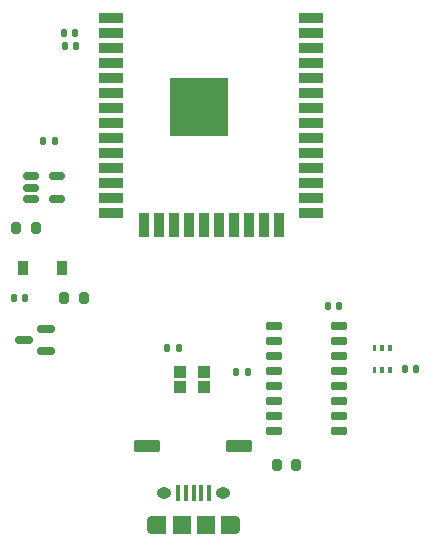
<source format=gbr>
%TF.GenerationSoftware,KiCad,Pcbnew,(6.0.0-0)*%
%TF.CreationDate,2022-12-05T15:29:02-05:00*%
%TF.ProjectId,Dome_Controller_V2,446f6d65-5f43-46f6-9e74-726f6c6c6572,2.0*%
%TF.SameCoordinates,Original*%
%TF.FileFunction,Paste,Top*%
%TF.FilePolarity,Positive*%
%FSLAX46Y46*%
G04 Gerber Fmt 4.6, Leading zero omitted, Abs format (unit mm)*
G04 Created by KiCad (PCBNEW (6.0.0-0)) date 2022-12-05 15:29:02*
%MOMM*%
%LPD*%
G01*
G04 APERTURE LIST*
G04 Aperture macros list*
%AMRoundRect*
0 Rectangle with rounded corners*
0 $1 Rounding radius*
0 $2 $3 $4 $5 $6 $7 $8 $9 X,Y pos of 4 corners*
0 Add a 4 corners polygon primitive as box body*
4,1,4,$2,$3,$4,$5,$6,$7,$8,$9,$2,$3,0*
0 Add four circle primitives for the rounded corners*
1,1,$1+$1,$2,$3*
1,1,$1+$1,$4,$5*
1,1,$1+$1,$6,$7*
1,1,$1+$1,$8,$9*
0 Add four rect primitives between the rounded corners*
20,1,$1+$1,$2,$3,$4,$5,0*
20,1,$1+$1,$4,$5,$6,$7,0*
20,1,$1+$1,$6,$7,$8,$9,0*
20,1,$1+$1,$8,$9,$2,$3,0*%
G04 Aperture macros list end*
%ADD10C,0.010000*%
%ADD11RoundRect,0.140000X-0.140000X-0.170000X0.140000X-0.170000X0.140000X0.170000X-0.140000X0.170000X0*%
%ADD12R,1.000000X1.000000*%
%ADD13RoundRect,0.200000X0.200000X0.275000X-0.200000X0.275000X-0.200000X-0.275000X0.200000X-0.275000X0*%
%ADD14RoundRect,0.140000X0.140000X0.170000X-0.140000X0.170000X-0.140000X-0.170000X0.140000X-0.170000X0*%
%ADD15O,1.250000X0.950000*%
%ADD16O,0.890000X1.550000*%
%ADD17R,0.400000X1.350000*%
%ADD18R,1.200000X1.550000*%
%ADD19R,1.500000X1.550000*%
%ADD20RoundRect,0.200000X-0.200000X-0.275000X0.200000X-0.275000X0.200000X0.275000X-0.200000X0.275000X0*%
%ADD21R,2.000000X0.900000*%
%ADD22R,0.900000X2.000000*%
%ADD23R,5.000000X5.000000*%
%ADD24RoundRect,0.049600X-0.605400X-0.260400X0.605400X-0.260400X0.605400X0.260400X-0.605400X0.260400X0*%
%ADD25RoundRect,0.150000X0.587500X0.150000X-0.587500X0.150000X-0.587500X-0.150000X0.587500X-0.150000X0*%
%ADD26RoundRect,0.150000X-0.512500X-0.150000X0.512500X-0.150000X0.512500X0.150000X-0.512500X0.150000X0*%
%ADD27R,0.914400X1.219200*%
%ADD28RoundRect,0.135000X-0.135000X-0.185000X0.135000X-0.185000X0.135000X0.185000X-0.135000X0.185000X0*%
%ADD29RoundRect,0.100000X-1.000000X-0.400000X1.000000X-0.400000X1.000000X0.400000X-1.000000X0.400000X0*%
G04 APERTURE END LIST*
D10*
%TO.C,U5*%
X132026000Y-93277800D02*
X132026000Y-93727800D01*
X132026000Y-93727800D02*
X131776000Y-93727800D01*
X131776000Y-93727800D02*
X131776000Y-93277800D01*
X131776000Y-93277800D02*
X132026000Y-93277800D01*
G36*
X132026000Y-93727800D02*
G01*
X131776000Y-93727800D01*
X131776000Y-93277800D01*
X132026000Y-93277800D01*
X132026000Y-93727800D01*
G37*
X132026000Y-93727800D02*
X131776000Y-93727800D01*
X131776000Y-93277800D01*
X132026000Y-93277800D01*
X132026000Y-93727800D01*
X132676000Y-95127800D02*
X132676000Y-95577800D01*
X132676000Y-95577800D02*
X132426000Y-95577800D01*
X132426000Y-95577800D02*
X132426000Y-95127800D01*
X132426000Y-95127800D02*
X132676000Y-95127800D01*
G36*
X132676000Y-95577800D02*
G01*
X132426000Y-95577800D01*
X132426000Y-95127800D01*
X132676000Y-95127800D01*
X132676000Y-95577800D01*
G37*
X132676000Y-95577800D02*
X132426000Y-95577800D01*
X132426000Y-95127800D01*
X132676000Y-95127800D01*
X132676000Y-95577800D01*
X132676000Y-93277800D02*
X132676000Y-93727800D01*
X132676000Y-93727800D02*
X132426000Y-93727800D01*
X132426000Y-93727800D02*
X132426000Y-93277800D01*
X132426000Y-93277800D02*
X132676000Y-93277800D01*
G36*
X132676000Y-93727800D02*
G01*
X132426000Y-93727800D01*
X132426000Y-93277800D01*
X132676000Y-93277800D01*
X132676000Y-93727800D01*
G37*
X132676000Y-93727800D02*
X132426000Y-93727800D01*
X132426000Y-93277800D01*
X132676000Y-93277800D01*
X132676000Y-93727800D01*
X131376000Y-93277800D02*
X131376000Y-93727800D01*
X131376000Y-93727800D02*
X131126000Y-93727800D01*
X131126000Y-93727800D02*
X131126000Y-93277800D01*
X131126000Y-93277800D02*
X131376000Y-93277800D01*
G36*
X131376000Y-93727800D02*
G01*
X131126000Y-93727800D01*
X131126000Y-93277800D01*
X131376000Y-93277800D01*
X131376000Y-93727800D01*
G37*
X131376000Y-93727800D02*
X131126000Y-93727800D01*
X131126000Y-93277800D01*
X131376000Y-93277800D01*
X131376000Y-93727800D01*
X132026000Y-95127800D02*
X132026000Y-95577800D01*
X132026000Y-95577800D02*
X131776000Y-95577800D01*
X131776000Y-95577800D02*
X131776000Y-95127800D01*
X131776000Y-95127800D02*
X132026000Y-95127800D01*
G36*
X132026000Y-95577800D02*
G01*
X131776000Y-95577800D01*
X131776000Y-95127800D01*
X132026000Y-95127800D01*
X132026000Y-95577800D01*
G37*
X132026000Y-95577800D02*
X131776000Y-95577800D01*
X131776000Y-95127800D01*
X132026000Y-95127800D01*
X132026000Y-95577800D01*
X131376000Y-95127800D02*
X131376000Y-95577800D01*
X131376000Y-95577800D02*
X131126000Y-95577800D01*
X131126000Y-95577800D02*
X131126000Y-95127800D01*
X131126000Y-95127800D02*
X131376000Y-95127800D01*
G36*
X131376000Y-95577800D02*
G01*
X131126000Y-95577800D01*
X131126000Y-95127800D01*
X131376000Y-95127800D01*
X131376000Y-95577800D01*
G37*
X131376000Y-95577800D02*
X131126000Y-95577800D01*
X131126000Y-95127800D01*
X131376000Y-95127800D01*
X131376000Y-95577800D01*
%TD*%
D11*
%TO.C,C5*%
X100734000Y-89292000D03*
X101694000Y-89292000D03*
%TD*%
D12*
%TO.C,L1*%
X116881000Y-96845000D03*
X116881000Y-95545000D03*
X114851000Y-95545000D03*
X114851000Y-96845000D03*
%TD*%
D13*
%TO.C,R3*%
X102613000Y-83374000D03*
X100963000Y-83374000D03*
%TD*%
D11*
%TO.C,C1*%
X133856000Y-95314000D03*
X134816000Y-95314000D03*
%TD*%
D14*
%TO.C,C4*%
X120548000Y-95556000D03*
X119588000Y-95556000D03*
%TD*%
D15*
%TO.C,J1*%
X118488000Y-105808000D03*
D16*
X112488000Y-108508000D03*
D15*
X113488000Y-105808000D03*
D16*
X119488000Y-108508000D03*
D17*
X114688000Y-105808000D03*
X115338000Y-105808000D03*
X115988000Y-105808000D03*
X116638000Y-105808000D03*
X117288000Y-105808000D03*
D18*
X113088000Y-108508000D03*
D19*
X114988000Y-108508000D03*
D18*
X118888000Y-108508000D03*
D19*
X116988000Y-108508000D03*
%TD*%
D14*
%TO.C,C3*%
X106052000Y-68002000D03*
X105092000Y-68002000D03*
%TD*%
D20*
%TO.C,R2*%
X105009000Y-89300000D03*
X106659000Y-89300000D03*
%TD*%
D14*
%TO.C,C7*%
X104216000Y-75998000D03*
X103256000Y-75998000D03*
%TD*%
%TO.C,C2*%
X105960000Y-66878000D03*
X105000000Y-66878000D03*
%TD*%
D21*
%TO.C,U1*%
X108956000Y-65637000D03*
X108956000Y-66907000D03*
X108956000Y-68177000D03*
X108956000Y-69447000D03*
X108956000Y-70717000D03*
X108956000Y-71987000D03*
X108956000Y-73257000D03*
X108956000Y-74527000D03*
X108956000Y-75797000D03*
X108956000Y-77067000D03*
X108956000Y-78337000D03*
X108956000Y-79607000D03*
X108956000Y-80877000D03*
X108956000Y-82147000D03*
D22*
X111741000Y-83147000D03*
X113011000Y-83147000D03*
X114281000Y-83147000D03*
X115551000Y-83147000D03*
X116821000Y-83147000D03*
X118091000Y-83147000D03*
X119361000Y-83147000D03*
X120631000Y-83147000D03*
X121901000Y-83147000D03*
X123171000Y-83147000D03*
D21*
X125956000Y-82147000D03*
X125956000Y-80877000D03*
X125956000Y-79607000D03*
X125956000Y-78337000D03*
X125956000Y-77067000D03*
X125956000Y-75797000D03*
X125956000Y-74527000D03*
X125956000Y-73257000D03*
X125956000Y-71987000D03*
X125956000Y-70717000D03*
X125956000Y-69447000D03*
X125956000Y-68177000D03*
X125956000Y-66907000D03*
X125956000Y-65637000D03*
D23*
X116456000Y-73137000D03*
%TD*%
D24*
%TO.C,U4*%
X122801000Y-91635000D03*
X122801000Y-92905000D03*
X122801000Y-94175000D03*
X122801000Y-95445000D03*
X122801000Y-96715000D03*
X122801000Y-97985000D03*
X122801000Y-99255000D03*
X122801000Y-100525000D03*
X128301000Y-100525000D03*
X128301000Y-99255000D03*
X128301000Y-97985000D03*
X128301000Y-96715000D03*
X128301000Y-95445000D03*
X128301000Y-94175000D03*
X128301000Y-92905000D03*
X128301000Y-91635000D03*
%TD*%
D14*
%TO.C,C6*%
X128288000Y-89980000D03*
X127328000Y-89980000D03*
%TD*%
D25*
%TO.C,U2*%
X103517500Y-93816000D03*
X103517500Y-91916000D03*
X101642500Y-92866000D03*
%TD*%
D26*
%TO.C,U3*%
X102178500Y-79000000D03*
X102178500Y-79950000D03*
X102178500Y-80900000D03*
X104453500Y-80900000D03*
X104453500Y-79000000D03*
%TD*%
D27*
%TO.C,CR1*%
X104820800Y-86742500D03*
X101544200Y-86742500D03*
%TD*%
D28*
%TO.C,R4*%
X113764000Y-93558000D03*
X114784000Y-93558000D03*
%TD*%
D13*
%TO.C,R1*%
X124657000Y-103440000D03*
X123007000Y-103440000D03*
%TD*%
D29*
%TO.C,SW1*%
X112027000Y-101841000D03*
X119827000Y-101841000D03*
%TD*%
M02*

</source>
